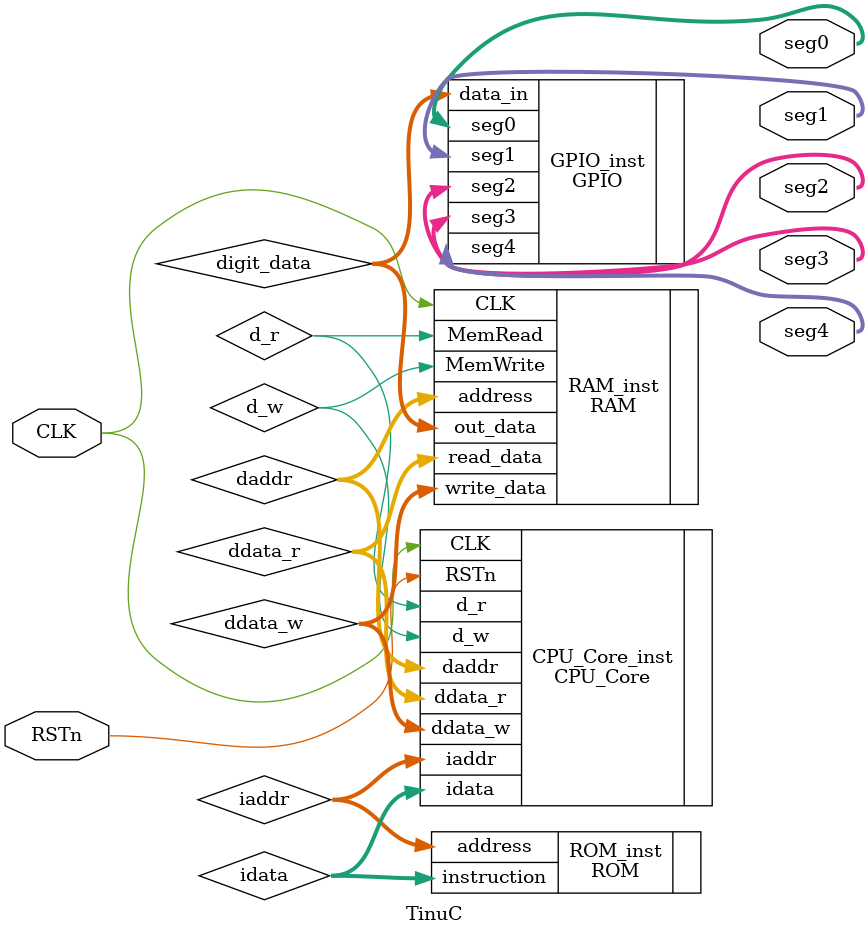
<source format=sv>
module TinuC(CLK,RSTn,seg0, seg1, seg2, seg3, seg4);

input logic CLK,RSTn;

logic d_w,d_r;
logic [9:0] daddr,iaddr;
logic [31:0] ddata_w,ddata_r,idata,digit_data;

output logic [6:0] seg0, seg1, seg2, seg3, seg4;

CPU_Core CPU_Core_inst
(
	.CLK(CLK) ,	// input  CLK_sig
	.RSTn(RSTn) ,	// input  RSTn_sig
	.idata(idata) ,	// input [31:0] idata_sig
	.ddata_r(ddata_r) ,	// input [31:0] ddata_r_sig
	.iaddr(iaddr) ,	// output [9:0] iaddr_sig
	.daddr(daddr) ,	// output [9:0] daddr_sig
	.ddata_w(ddata_w) ,	// output [31:0] ddata_w_sig
	.d_w(d_w) ,	// output  d_w_sig
	.d_r(d_r) 	// output  d_r_sig
);

GPIO GPIO_inst
(
	.data_in(digit_data) ,	// input [31:0] data_in_sig
	.seg0(seg0) ,	// output [6:0] seg0_sig
	.seg1(seg1) ,	// output [6:0] seg1_sig
	.seg2(seg2) ,	// output [6:0] seg2_sig
	.seg3(seg3) ,	// output [6:0] seg3_sig
	.seg4(seg4) 	// output [6:0] seg4_sig
);

RAM RAM_inst
(
	.CLK(CLK) ,	// input  CLK_sig
	.MemWrite(d_w) ,	// input  MemWrite_sig
	.MemRead(d_r) ,	// input  MemRead_sig
	.write_data(ddata_w) ,	// input [31:0] write_data_sig
	.address(daddr) ,
	.read_data(ddata_r) ,	// output [31:0] read_data_sig
	.out_data(digit_data) 	// output [31:0] out_data_sig
);


ROM #(.file("../assembly/fibonacci_TinuC.hex")) ROM_inst //Abrir desde Quartus
(
	.address(iaddr) ,	// input [9:0] address_sig
	.instruction(idata) 	// output [31:0] instruction_sig
);

endmodule

</source>
